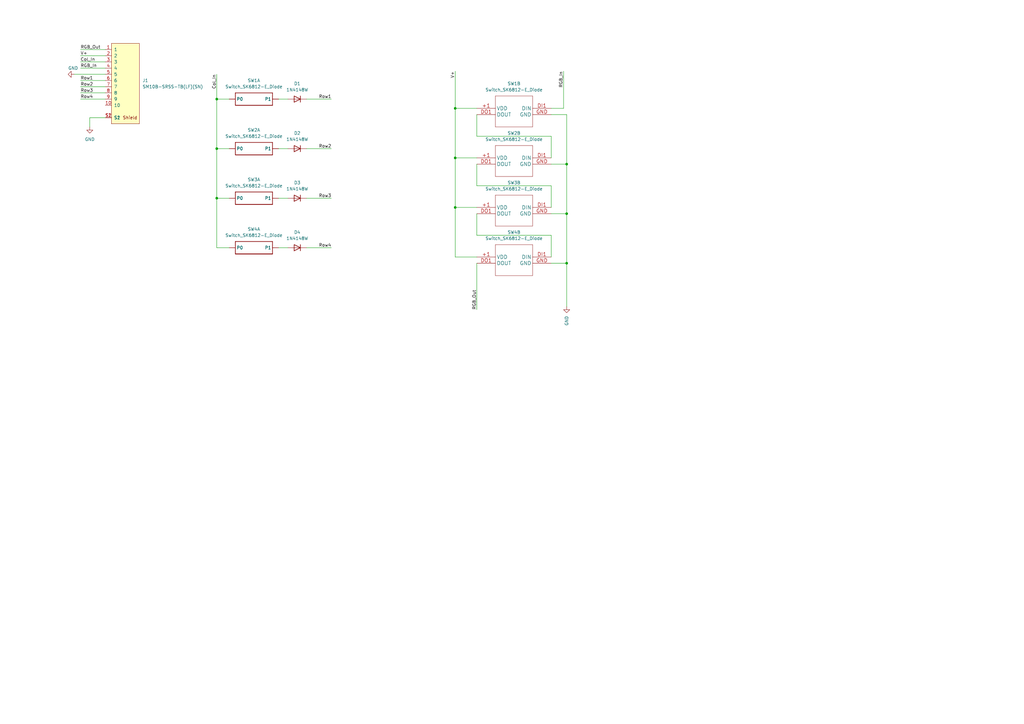
<source format=kicad_sch>
(kicad_sch (version 20230121) (generator eeschema)
  (paper "A3")
  (lib_symbols
    (symbol "Diode:1N4148W" (pin_numbers hide) (pin_names (offset 1.016) hide)
      (property "Reference" "D" (at 0 2.54 0))
      (property "Value" "1N4148W" (at 0 -2.54 0))
      (symbol "1N4148W_0_1"
        (polyline (pts (xy -1.27 1.27) (xy -1.27 -1.27)) (stroke (width 0.254)))
        (polyline (pts (xy 1.27 0) (xy -1.27 0)))
        (polyline (pts (xy 1.27 1.27) (xy 1.27 -1.27) (xy -1.27 0) (xy 1.27 1.27)) (stroke (width 0.254)))
      )
      (symbol "1N4148W_1_1"
        (pin passive line (at -3.81 0 0) (length 2.54) (name "K") (number "1"))
        (pin passive line (at 3.81 0 180) (length 2.54) (name "A") (number "2"))
      )
    )
    (symbol "GND_1" (power) (pin_names (offset 0))
      (property "Value" "GND_1" (at 0 -3.81 0))
      (symbol "GND_1_0_1"
        (polyline (pts (xy 0 0) (xy 0 -1.27) (xy 1.27 -1.27) (xy 0 -2.54) (xy -1.27 -1.27) (xy 0 -1.27)))
      )
      (symbol "GND_1_1_1"
        (pin power_in line (at 0 0 270) (length 0) hide (name "GND") (number "1"))
      )
    )
    (symbol "Seismos-sym:SM10B-SRSS-TB_(LF)(SN)" (pin_names (offset 1.016))
      (property "Reference" "CN" (at -9.4742 3.81 90))
      (property "Value" "SM10B-SRSS-TB_(LF)(SN)" (at 1.27 20.32 0))
      (symbol "SM10B-SRSS-TB_(LF)(SN)_1_1"
        (rectangle (start -3.81 17.78) (end 7.62 -15.24) (stroke (width 0.1524)) (fill (type background)))
        (text "Shield" (at 3.81 -12.7 0) (effects (font (size 1.27 1.27))))
        (pin input line (at -6.35 15.24 0) (length 2.54) (name "1") (number "1"))
        (pin input line (at -6.35 -7.62 0) (length 2.54) (name "10") (number "10"))
        (pin input line (at -6.35 12.7 0) (length 2.54) (name "2") (number "2"))
        (pin input line (at -6.35 10.16 0) (length 2.54) (name "3") (number "3"))
        (pin input line (at -6.35 7.62 0) (length 2.54) (name "4") (number "4"))
        (pin input line (at -6.35 5.08 0) (length 2.54) (name "5") (number "5"))
        (pin input line (at -6.35 2.54 0) (length 2.54) (name "6") (number "6"))
        (pin input line (at -6.35 0 0) (length 2.54) (name "7") (number "7"))
        (pin input line (at -6.35 -2.54 0) (length 2.54) (name "8") (number "8"))
        (pin input line (at -6.35 -5.08 0) (length 2.54) (name "9") (number "9"))
        (pin input line (at -6.35 -12.7 0) (length 2.54) (name "S1") (number "S1"))
        (pin input line (at -6.35 -12.7 0) (length 2.54) (name "S2") (number "S2"))
      )
    )
    (symbol "Seismos-sym:Switch_SK6812-E_Diode"
      (property "Reference" "SW" (at 0 0 0))
      (property "Value" "Switch_SK6812-E_Diode" (at 0 11.43 0))
      (symbol "Switch_SK6812-E_Diode_1_0"
        (polyline (pts (xy -7.62 -2.54) (xy -7.62 2.54)) (stroke (width 0.254)))
        (polyline (pts (xy -7.62 -2.54) (xy 7.62 -2.54)) (stroke (width 0.254)))
        (polyline (pts (xy 7.62 -2.54) (xy -7.46 -2.54)) (stroke (width 0.254)))
        (polyline (pts (xy 7.62 -2.54) (xy 7.62 2.54)) (stroke (width 0.254)))
        (polyline (pts (xy 7.62 2.54) (xy -7.62 2.54)) (stroke (width 0.254)))
        (pin bidirectional line (at 10.16 0 180) (length 2.54) (name "P1") (number "CHOC1"))
        (pin bidirectional line (at -10.16 0 0) (length 2.54) (name "P0") (number "CHOC2"))
        (pin bidirectional line (at 10.16 0 180) (length 2.54) (name "P1") (number "MX1"))
        (pin bidirectional line (at -10.16 0 0) (length 2.54) (name "P0") (number "MX2"))
      )
      (symbol "Switch_SK6812-E_Diode_2_1"
        (polyline (pts (xy -7.62 -6.35) (xy 7.62 -6.35)) (stroke (width 0.127)))
        (polyline (pts (xy -7.62 6.35) (xy -7.62 -6.35)) (stroke (width 0.127)))
        (polyline (pts (xy 7.62 -6.35) (xy 7.62 6.35)) (stroke (width 0.127)))
        (polyline (pts (xy 7.62 6.35) (xy -7.62 6.35)) (stroke (width 0.127)))
        (pin power_in line (at -15.24 1.27 0) (length 7.62) (name "VDD") (number "+1"))
        (pin input line (at 15.24 1.27 180) (length 7.62) (name "DIN") (number "DI1"))
        (pin output line (at -15.24 -1.27 0) (length 7.62) (name "DOUT") (number "DO1"))
        (pin power_in line (at 15.24 -1.27 180) (length 7.62) (name "GND") (number "GND"))
      )
    )
    (symbol "power:GND" (power) (pin_names (offset 0))
      (property "Value" "GND" (at 0 -3.81 0))
      (symbol "GND_0_1"
        (polyline (pts (xy 0 0) (xy 0 -1.27) (xy 1.27 -1.27) (xy 0 -2.54) (xy -1.27 -1.27) (xy 0 -1.27)))
      )
      (symbol "GND_1_1"
        (pin power_in line (at 0 0 270) (length 0) hide (name "GND") (number "1"))
      )
    )
  )
  (junction (at 186.69 64.77))
  (junction (at 232.41 87.63))
  (junction (at 186.69 44.45))
  (junction (at 88.9 81.28))
  (junction (at 232.41 107.95))
  (junction (at 186.69 85.09))
  (junction (at 88.9 60.96))
  (junction (at 232.41 67.31))
  (junction (at 88.9 40.64))
  (wire (pts (xy 226.06 107.95) (xy 232.41 107.95)))
  (wire (pts (xy 125.73 40.64) (xy 135.89 40.64)))
  (wire (pts (xy 36.83 48.26) (xy 36.83 52.07)))
  (wire (pts (xy 88.9 101.6) (xy 93.98 101.6)))
  (wire (pts (xy 232.41 87.63) (xy 232.41 107.95)))
  (wire (pts (xy 231.14 44.45) (xy 226.06 44.45)))
  (wire (pts (xy 231.14 29.21) (xy 231.14 44.45)))
  (wire (pts (xy 195.58 76.2) (xy 226.06 76.2)))
  (wire (pts (xy 195.58 67.31) (xy 195.58 76.2)))
  (wire (pts (xy 114.3 60.96) (xy 118.11 60.96)))
  (wire (pts (xy 125.73 81.28) (xy 135.89 81.28)))
  (wire (pts (xy 88.9 60.96) (xy 88.9 81.28)))
  (wire (pts (xy 114.3 81.28) (xy 118.11 81.28)))
  (wire (pts (xy 33.02 22.86) (xy 43.18 22.86)))
  (wire (pts (xy 195.58 55.88) (xy 226.06 55.88)))
  (wire (pts (xy 186.69 64.77) (xy 186.69 85.09)))
  (wire (pts (xy 33.02 25.4) (xy 43.18 25.4)))
  (wire (pts (xy 33.02 35.56) (xy 43.18 35.56)))
  (wire (pts (xy 33.02 38.1) (xy 43.18 38.1)))
  (wire (pts (xy 88.9 40.64) (xy 93.98 40.64)))
  (wire (pts (xy 88.9 81.28) (xy 88.9 101.6)))
  (wire (pts (xy 33.02 33.02) (xy 43.18 33.02)))
  (wire (pts (xy 88.9 60.96) (xy 93.98 60.96)))
  (wire (pts (xy 186.69 44.45) (xy 195.58 44.45)))
  (wire (pts (xy 125.73 60.96) (xy 135.89 60.96)))
  (wire (pts (xy 125.73 101.6) (xy 135.89 101.6)))
  (wire (pts (xy 195.58 96.52) (xy 226.06 96.52)))
  (wire (pts (xy 226.06 76.2) (xy 226.06 85.09)))
  (wire (pts (xy 88.9 40.64) (xy 88.9 60.96)))
  (wire (pts (xy 186.69 85.09) (xy 195.58 85.09)))
  (wire (pts (xy 33.02 40.64) (xy 43.18 40.64)))
  (wire (pts (xy 33.02 27.94) (xy 43.18 27.94)))
  (wire (pts (xy 226.06 55.88) (xy 226.06 64.77)))
  (wire (pts (xy 186.69 29.21) (xy 186.69 44.45)))
  (wire (pts (xy 114.3 40.64) (xy 118.11 40.64)))
  (wire (pts (xy 30.48 30.48) (xy 43.18 30.48)))
  (wire (pts (xy 232.41 107.95) (xy 232.41 125.73)))
  (wire (pts (xy 195.58 46.99) (xy 195.58 55.88)))
  (wire (pts (xy 232.41 46.99) (xy 232.41 67.31)))
  (wire (pts (xy 226.06 96.52) (xy 226.06 105.41)))
  (wire (pts (xy 186.69 44.45) (xy 186.69 64.77)))
  (wire (pts (xy 88.9 81.28) (xy 93.98 81.28)))
  (wire (pts (xy 226.06 67.31) (xy 232.41 67.31)))
  (wire (pts (xy 186.69 64.77) (xy 195.58 64.77)))
  (wire (pts (xy 36.83 48.26) (xy 43.18 48.26)))
  (wire (pts (xy 186.69 85.09) (xy 186.69 105.41)))
  (wire (pts (xy 114.3 101.6) (xy 118.11 101.6)))
  (wire (pts (xy 88.9 30.48) (xy 88.9 40.64)))
  (wire (pts (xy 226.06 46.99) (xy 232.41 46.99)))
  (wire (pts (xy 195.58 87.63) (xy 195.58 96.52)))
  (wire (pts (xy 195.58 107.95) (xy 195.58 127)))
  (wire (pts (xy 232.41 67.31) (xy 232.41 87.63)))
  (wire (pts (xy 33.02 20.32) (xy 43.18 20.32)))
  (wire (pts (xy 226.06 87.63) (xy 232.41 87.63)))
  (wire (pts (xy 186.69 105.41) (xy 195.58 105.41)))
  (label "Row1" (at 135.89 40.64 180))
  (label "V+" (at 33.02 22.86 0))
  (label "V+" (at 186.69 29.21 270))
  (label "Row3" (at 135.89 81.28 180))
  (label "Col_In" (at 33.02 25.4 0))
  (label "RGB_Out" (at 33.02 20.32 0))
  (label "Row3" (at 33.02 38.1 0))
  (label "RGB_Out" (at 195.58 127 90))
  (label "Row4" (at 33.02 40.64 0))
  (label "RGB_In" (at 231.14 29.21 270))
  (label "Row2" (at 135.89 60.96 180))
  (label "Row4" (at 135.89 101.6 180))
  (label "Row2" (at 33.02 35.56 0))
  (label "Col_In" (at 88.9 30.48 270))
  (label "RGB_In" (at 33.02 27.94 0))
  (label "Row1" (at 33.02 33.02 0))
  (symbol (lib_id "Diode:1N4148W") (at 121.92 60.96 180) (unit 1)
    (property "Reference" "D2" (at 121.92 54.61 0))
    (property "Value" "1N4148W" (at 121.92 57.15 0))
    (property "Footprint" "Diode_SMD:D_SOD-123" (effects hide))
    (property "Datasheet" "https://www.vishay.com/docs/85748/1n4148w.pdf" (effects hide))
  )
  (symbol (lib_id "Diode:1N4148W") (at 121.92 81.28 180) (unit 1)
    (property "Reference" "D3" (at 121.92 74.93 0))
    (property "Value" "1N4148W" (at 121.92 77.47 0))
    (property "Footprint" "Diode_SMD:D_SOD-123" (effects hide))
    (property "Datasheet" "https://www.vishay.com/docs/85748/1n4148w.pdf" (effects hide))
  )
  (symbol (lib_id "Seismos-sym:Switch_SK6812-E_Diode") (at 210.82 45.72 0) (unit 2)
    (property "Reference" "SW1" (at 210.82 34.29 0))
    (property "Value" "Switch_SK6812-E_Diode" (at 210.82 36.83 0))
    (property "Footprint" "Seismos-libs:Switch_SK6812-E_Diode" (effects hide))
  )
  (symbol (lib_id "Seismos-sym:Switch_SK6812-E_Diode") (at 104.14 60.96 0) (unit 1)
    (property "Reference" "SW2" (at 104.14 53.34 0))
    (property "Value" "Switch_SK6812-E_Diode" (at 104.14 55.88 0))
    (property "Footprint" "Seismos-libs:Switch_SK6812-E_Diode" (effects hide))
  )
  (symbol (lib_id "Seismos-sym:Switch_SK6812-E_Diode") (at 210.82 106.68 0) (unit 2)
    (property "Reference" "SW4" (at 210.82 95.25 0))
    (property "Value" "Switch_SK6812-E_Diode" (at 210.82 97.79 0))
    (property "Footprint" "Seismos-libs:Switch_SK6812-E_Diode" (effects hide))
  )
  (symbol (lib_id "Seismos-sym:SM10B-SRSS-TB_(LF)(SN)") (at 49.53 35.56 0) (unit 1)
    (property "Reference" "J1" (at 58.42 33.02 0) (effects (justify left)))
    (property "Value" "SM10B-SRSS-TB(LF)(SN)" (at 58.42 35.56 0) (effects (justify left)))
    (property "Footprint" "Seismos-libs:CONN-SMD_10P-P1.00_SM10B-SRSS-TB-LF-SN" (effects hide))
    (property "Datasheet" "http://www.szlcsc.com/product/details_171789.html" (effects hide))
    (property "PARTREV" "1.0" (effects hide))
    (property "MANUFACTURER" "Manufacturer_name" (effects hide))
    (property "STANDARD" "Manufacturer Recommendations" (effects hide))
    (property "SuppliersPartNumber" "C160409" (effects hide))
    (property "uuid" "std:5e45a64e8ce7478d8accd2bac4409ba5" (effects hide))
  )
  (symbol (lib_id "Diode:1N4148W") (at 121.92 40.64 180) (unit 1)
    (property "Reference" "D1" (at 121.92 34.29 0))
    (property "Value" "1N4148W" (at 121.92 36.83 0))
    (property "Footprint" "Diode_SMD:D_SOD-123" (effects hide))
    (property "Datasheet" "https://www.vishay.com/docs/85748/1n4148w.pdf" (effects hide))
  )
  (symbol (lib_id "Seismos-sym:Switch_SK6812-E_Diode") (at 210.82 66.04 0) (unit 2)
    (property "Reference" "SW2" (at 210.82 54.61 0))
    (property "Value" "Switch_SK6812-E_Diode" (at 210.82 57.15 0))
    (property "Footprint" "Seismos-libs:Switch_SK6812-E_Diode" (effects hide))
  )
  (symbol (lib_id "Seismos-sym:Switch_SK6812-E_Diode") (at 210.82 86.36 0) (unit 2)
    (property "Reference" "SW3" (at 210.82 74.93 0))
    (property "Value" "Switch_SK6812-E_Diode" (at 210.82 77.47 0))
    (property "Footprint" "Seismos-libs:Switch_SK6812-E_Diode" (effects hide))
  )
  (symbol (lib_id "Diode:1N4148W") (at 121.92 101.6 180) (unit 1)
    (property "Reference" "D4" (at 121.92 95.25 0))
    (property "Value" "1N4148W" (at 121.92 97.79 0))
    (property "Footprint" "Diode_SMD:D_SOD-123" (effects hide))
    (property "Datasheet" "https://www.vishay.com/docs/85748/1n4148w.pdf" (effects hide))
  )
  (symbol (lib_id "Seismos-sym:Switch_SK6812-E_Diode") (at 104.14 40.64 0) (unit 1)
    (property "Reference" "SW1" (at 104.14 33.02 0))
    (property "Value" "Switch_SK6812-E_Diode" (at 104.14 35.56 0))
    (property "Footprint" "Seismos-libs:Switch_SK6812-E_Diode" (effects hide))
  )
  (symbol (lib_name "GND_1") (lib_id "power:GND") (at 30.48 30.48 270) (unit 1)
    (property "Reference" "#PWR01" (effects hide))
    (property "Value" "GND" (at 27.94 27.94 90) (effects (justify left)))
  )
  (symbol (lib_id "power:GND") (at 36.83 52.07 0) (unit 1)
    (property "Reference" "#PWR0101" (effects hide))
    (property "Value" "GND" (at 36.83 57.15 0))
  )
  (symbol (lib_id "Seismos-sym:Switch_SK6812-E_Diode") (at 104.14 81.28 0) (unit 1)
    (property "Reference" "SW3" (at 104.14 73.66 0))
    (property "Value" "Switch_SK6812-E_Diode" (at 104.14 76.2 0))
    (property "Footprint" "Seismos-libs:Switch_SK6812-E_Diode" (effects hide))
  )
  (symbol (lib_id "Seismos-sym:Switch_SK6812-E_Diode") (at 104.14 101.6 0) (unit 1)
    (property "Reference" "SW4" (at 104.14 93.98 0))
    (property "Value" "Switch_SK6812-E_Diode" (at 104.14 96.52 0))
    (property "Footprint" "Seismos-libs:Switch_SK6812-E_Diode" (effects hide))
  )
  (symbol (lib_id "power:GND") (at 232.41 125.73 0) (mirror y) (unit 1)
    (property "Reference" "#PWR0104" (effects hide))
    (property "Value" "GND" (at 232.4099 129.54 90) (effects (justify right)))
  )
)
</source>
